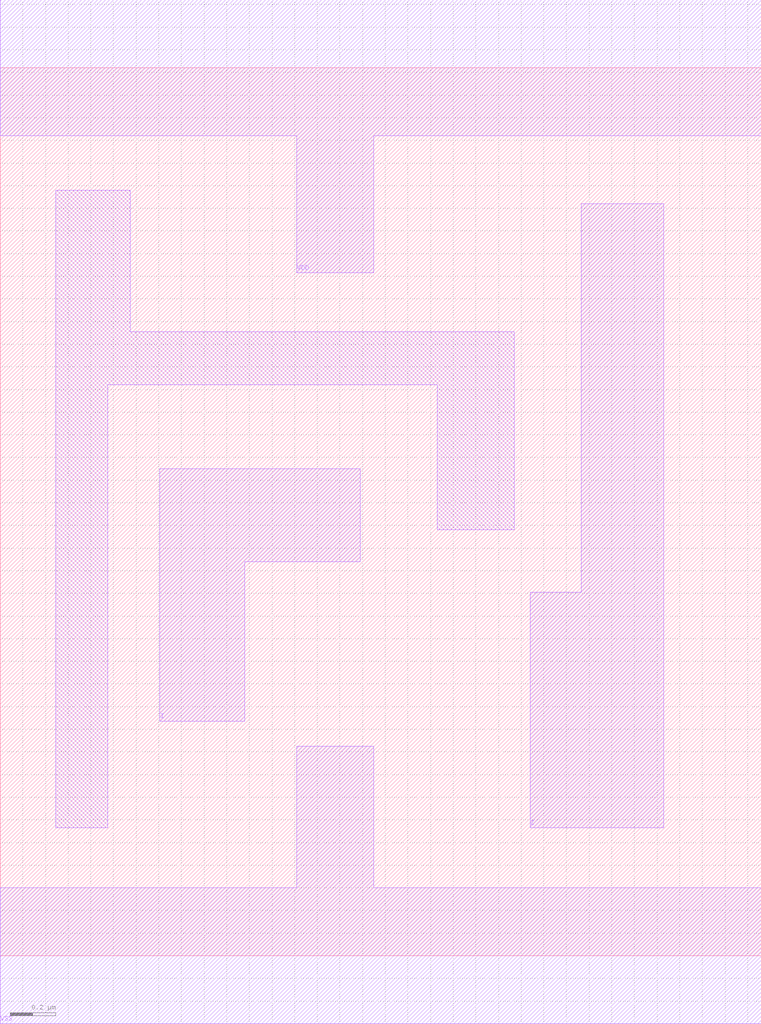
<source format=lef>
# Copyright 2022 GlobalFoundries PDK Authors
#
# Licensed under the Apache License, Version 2.0 (the "License");
# you may not use this file except in compliance with the License.
# You may obtain a copy of the License at
#
#      http://www.apache.org/licenses/LICENSE-2.0
#
# Unless required by applicable law or agreed to in writing, software
# distributed under the License is distributed on an "AS IS" BASIS,
# WITHOUT WARRANTIES OR CONDITIONS OF ANY KIND, either express or implied.
# See the License for the specific language governing permissions and
# limitations under the License.

MACRO gf180mcu_fd_sc_mcu7t5v0__clkbuf_1
  CLASS core ;
  FOREIGN gf180mcu_fd_sc_mcu7t5v0__clkbuf_1 0.0 0.0 ;
  ORIGIN 0 0 ;
  SYMMETRY X Y ;
  SITE GF018hv5v_mcu_sc7 ;
  SIZE 3.36 BY 3.92 ;
  PIN I
    DIRECTION INPUT ;
    ANTENNAGATEAREA 0.741 ;
    PORT
      LAYER METAL1 ;
        POLYGON 0.705 1.035 1.08 1.035 1.08 1.74 1.59 1.74 1.59 2.15 0.705 2.15  ;
    END
  END I
  PIN Z
    DIRECTION OUTPUT ;
    ANTENNADIFFAREA 0.7546 ;
    PORT
      LAYER METAL1 ;
        POLYGON 2.34 0.565 2.93 0.565 2.93 3.32 2.565 3.32 2.565 1.605 2.34 1.605  ;
    END
  END Z
  PIN VDD
    DIRECTION INOUT ;
    USE power ;
    SHAPE ABUTMENT ;
    PORT
      LAYER METAL1 ;
        POLYGON 0 3.62 1.31 3.62 1.31 3.015 1.65 3.015 1.65 3.62 2.27 3.62 3.36 3.62 3.36 4.22 2.27 4.22 0 4.22  ;
    END
  END VDD
  PIN VSS
    DIRECTION INOUT ;
    USE ground ;
    SHAPE ABUTMENT ;
    PORT
      LAYER METAL1 ;
        POLYGON 0 -0.3 3.36 -0.3 3.36 0.3 1.65 0.3 1.65 0.925 1.31 0.925 1.31 0.3 0 0.3  ;
    END
  END VSS
  OBS
      LAYER METAL1 ;
        POLYGON 0.245 0.565 0.475 0.565 0.475 2.52 1.93 2.52 1.93 1.88 2.27 1.88 2.27 2.755 0.575 2.755 0.575 3.38 0.245 3.38  ;
  END
END gf180mcu_fd_sc_mcu7t5v0__clkbuf_1

</source>
